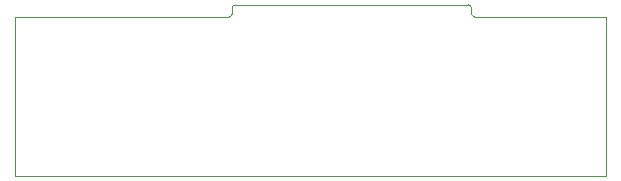
<source format=gbr>
%TF.GenerationSoftware,KiCad,Pcbnew,7.0.8*%
%TF.CreationDate,2023-12-27T11:07:12+01:00*%
%TF.ProjectId,Frost-ESP32,46726f73-742d-4455-9350-33322e6b6963,rev?*%
%TF.SameCoordinates,Original*%
%TF.FileFunction,Profile,NP*%
%FSLAX46Y46*%
G04 Gerber Fmt 4.6, Leading zero omitted, Abs format (unit mm)*
G04 Created by KiCad (PCBNEW 7.0.8) date 2023-12-27 11:07:12*
%MOMM*%
%LPD*%
G01*
G04 APERTURE LIST*
%TA.AperFunction,Profile*%
%ADD10C,0.100000*%
%TD*%
G04 APERTURE END LIST*
D10*
X132600000Y-97250000D02*
G75*
G03*
X132850000Y-97500000I250000J0D01*
G01*
X112600000Y-96500000D02*
X132350000Y-96500000D01*
X132600000Y-96750000D02*
G75*
G03*
X132350000Y-96500000I-250000J0D01*
G01*
X144000000Y-97500000D02*
X144000000Y-111000000D01*
X112099999Y-97499999D02*
G75*
G03*
X112349999Y-97249999I1J249999D01*
G01*
X112350000Y-97250000D02*
X112350000Y-96750000D01*
X144000000Y-111000000D02*
X94000000Y-111000000D01*
X112600000Y-96500000D02*
G75*
G03*
X112350000Y-96750000I0J-250000D01*
G01*
X94000000Y-97500000D02*
X112099999Y-97499999D01*
X94000000Y-111000000D02*
X94000000Y-97500000D01*
X132850000Y-97500000D02*
X144000000Y-97500000D01*
X132600000Y-96750000D02*
X132600000Y-97250000D01*
M02*

</source>
